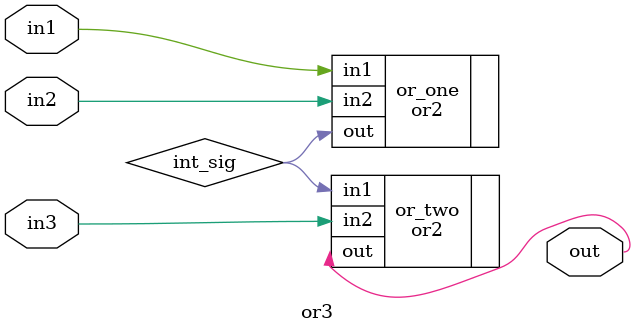
<source format=v>
module or3 (in1,in2,in3,out);
    input in1,in2,in3;
    output out;

    wire int_sig;

    or2 or_one(.in1(in1), .in2(in2), .out(int_sig));
    or2 or_two(.in1(int_sig), .in2(in3), .out(out));

endmodule

</source>
